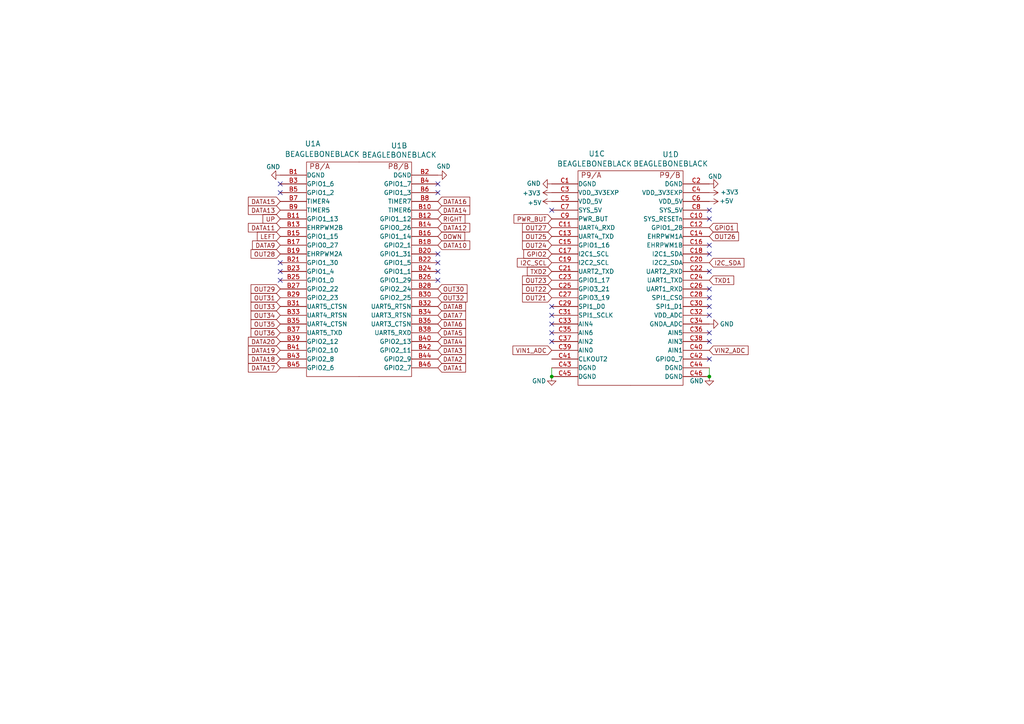
<source format=kicad_sch>
(kicad_sch (version 20211123) (generator eeschema)
  (paper "A4")
  (title_block (title "BBB 16 SMD") (date "2022-08-14") (rev "v2.1") (company "Scott Hanson"))
  (lib_symbols
    (symbol "beagleboneblack:BEAGLEBONEBLACK" (pin_names (offset 0.0254))
      (property "Reference" "U" (at -3.81 31.75 0))
      (property "Value" "beagleboneblack_BEAGLEBONEBLACK" (at 1.27 -33.02 0))
      (symbol "BEAGLEBONEBLACK_0_1"
        (polyline (pts (xy 8.89 30.48) (xy -6.35 30.48) (xy -6.35 -31.75) (xy 8.89 -31.75)))
      )
      (symbol "BEAGLEBONEBLACK_1_1"
        (text "P8/A" (at -2.54 29.21 0) (effects (font (size 1.524 1.524))))
        (pin power_out line (at -13.97 26.67 0) (length 7.62) (name "DGND") (number "B1"))
        (pin bidirectional line (at -13.97 13.97 0) (length 7.62) (name "GPIO1_13") (number "B11"))
        (pin bidirectional line (at -13.97 11.43 0) (length 7.62) (name "EHRPWM2B") (number "B13"))
        (pin bidirectional line (at -13.97 8.89 0) (length 7.62) (name "GPIO1_15") (number "B15"))
        (pin bidirectional line (at -13.97 6.35 0) (length 7.62) (name "GPIO0_27") (number "B17"))
        (pin bidirectional line (at -13.97 3.81 0) (length 7.62) (name "EHRPWM2A") (number "B19"))
        (pin bidirectional line (at -13.97 1.27 0) (length 7.62) (name "GPIO1_30") (number "B21"))
        (pin bidirectional line (at -13.97 -1.27 0) (length 7.62) (name "GPIO1_4") (number "B23"))
        (pin bidirectional line (at -13.97 -3.81 0) (length 7.62) (name "GPIO1_0") (number "B25"))
        (pin bidirectional line (at -13.97 -6.35 0) (length 7.62) (name "GPIO2_22") (number "B27"))
        (pin bidirectional line (at -13.97 -8.89 0) (length 7.62) (name "GPIO2_23") (number "B29"))
        (pin bidirectional line (at -13.97 24.13 0) (length 7.62) (name "GPIO1_6") (number "B3"))
        (pin bidirectional line (at -13.97 -11.43 0) (length 7.62) (name "UART5_CTSN") (number "B31"))
        (pin bidirectional line (at -13.97 -13.97 0) (length 7.62) (name "UART4_RTSN") (number "B33"))
        (pin bidirectional line (at -13.97 -16.51 0) (length 7.62) (name "UART4_CTSN") (number "B35"))
        (pin bidirectional line (at -13.97 -19.05 0) (length 7.62) (name "UART5_TXD") (number "B37"))
        (pin bidirectional line (at -13.97 -21.59 0) (length 7.62) (name "GPIO2_12") (number "B39"))
        (pin bidirectional line (at -13.97 -24.13 0) (length 7.62) (name "GPIO2_10") (number "B41"))
        (pin bidirectional line (at -13.97 -26.67 0) (length 7.62) (name "GPIO2_8") (number "B43"))
        (pin bidirectional line (at -13.97 -29.21 0) (length 7.62) (name "GPIO2_6") (number "B45"))
        (pin bidirectional line (at -13.97 21.59 0) (length 7.62) (name "GPIO1_2") (number "B5"))
        (pin bidirectional line (at -13.97 19.05 0) (length 7.62) (name "TIMER4") (number "B7"))
        (pin bidirectional line (at -13.97 16.51 0) (length 7.62) (name "TIMER5") (number "B9"))
      )
      (symbol "BEAGLEBONEBLACK_2_1"
        (text "P8/B" (at -2.54 29.21 0) (effects (font (size 1.524 1.524))))
        (pin bidirectional line (at -13.97 16.51 0) (length 7.62) (name "TIMER6") (number "B10"))
        (pin bidirectional line (at -13.97 13.97 0) (length 7.62) (name "GPIO1_12") (number "B12"))
        (pin bidirectional line (at -13.97 11.43 0) (length 7.62) (name "GPIO0_26") (number "B14"))
        (pin bidirectional line (at -13.97 8.89 0) (length 7.62) (name "GPIO1_14") (number "B16"))
        (pin bidirectional line (at -13.97 6.35 0) (length 7.62) (name "GPIO2_1") (number "B18"))
        (pin power_out line (at -13.97 26.67 0) (length 7.62) (name "DGND") (number "B2"))
        (pin bidirectional line (at -13.97 3.81 0) (length 7.62) (name "GPIO1_31") (number "B20"))
        (pin bidirectional line (at -13.97 1.27 0) (length 7.62) (name "GPIO1_5") (number "B22"))
        (pin bidirectional line (at -13.97 -1.27 0) (length 7.62) (name "GPIO1_1") (number "B24"))
        (pin bidirectional line (at -13.97 -3.81 0) (length 7.62) (name "GPIO1_29") (number "B26"))
        (pin bidirectional line (at -13.97 -6.35 0) (length 7.62) (name "GPIO2_24") (number "B28"))
        (pin bidirectional line (at -13.97 -8.89 0) (length 7.62) (name "GPIO2_25") (number "B30"))
        (pin bidirectional line (at -13.97 -11.43 0) (length 7.62) (name "UART5_RTSN") (number "B32"))
        (pin bidirectional line (at -13.97 -13.97 0) (length 7.62) (name "UART3_RTSN") (number "B34"))
        (pin bidirectional line (at -13.97 -16.51 0) (length 7.62) (name "UART3_CTSN") (number "B36"))
        (pin bidirectional line (at -13.97 -19.05 0) (length 7.62) (name "UART5_RXD") (number "B38"))
        (pin power_out line (at -13.97 24.13 0) (length 7.62) (name "GPIO1_7") (number "B4"))
        (pin bidirectional line (at -13.97 -21.59 0) (length 7.62) (name "GPIO2_13") (number "B40"))
        (pin bidirectional line (at -13.97 -24.13 0) (length 7.62) (name "GPIO2_11") (number "B42"))
        (pin bidirectional line (at -13.97 -26.67 0) (length 7.62) (name "GPIO2_9") (number "B44"))
        (pin bidirectional line (at -13.97 -29.21 0) (length 7.62) (name "GPIO2_7") (number "B46"))
        (pin power_out line (at -13.97 21.59 0) (length 7.62) (name "GPIO1_3") (number "B6"))
        (pin bidirectional line (at -13.97 19.05 0) (length 7.62) (name "TIMER7") (number "B8"))
      )
      (symbol "BEAGLEBONEBLACK_3_1"
        (text "P9/A" (at -2.54 29.21 0) (effects (font (size 1.524 1.524))))
        (pin power_in line (at -13.97 26.67 0) (length 7.62) (name "DGND") (number "C1"))
        (pin bidirectional line (at -13.97 13.97 0) (length 7.62) (name "UART4_RXD") (number "C11"))
        (pin bidirectional line (at -13.97 11.43 0) (length 7.62) (name "UART4_TXD") (number "C13"))
        (pin bidirectional line (at -13.97 8.89 0) (length 7.62) (name "GPIO1_16") (number "C15"))
        (pin bidirectional line (at -13.97 6.35 0) (length 7.62) (name "I2C1_SCL") (number "C17"))
        (pin bidirectional line (at -13.97 3.81 0) (length 7.62) (name "I2C2_SCL") (number "C19"))
        (pin bidirectional line (at -13.97 1.27 0) (length 7.62) (name "UART2_TXD") (number "C21"))
        (pin bidirectional line (at -13.97 -1.27 0) (length 7.62) (name "GPIO1_17") (number "C23"))
        (pin bidirectional line (at -13.97 -3.81 0) (length 7.62) (name "GPIO3_21") (number "C25"))
        (pin bidirectional line (at -13.97 -6.35 0) (length 7.62) (name "GPIO3_19") (number "C27"))
        (pin bidirectional line (at -13.97 -8.89 0) (length 7.62) (name "SPI1_D0") (number "C29"))
        (pin power_out line (at -13.97 24.13 0) (length 7.62) (name "VDD_3V3EXP") (number "C3"))
        (pin bidirectional line (at -13.97 -11.43 0) (length 7.62) (name "SPI1_SCLK") (number "C31"))
        (pin bidirectional line (at -13.97 -13.97 0) (length 7.62) (name "AIN4") (number "C33"))
        (pin bidirectional line (at -13.97 -16.51 0) (length 7.62) (name "AIN6") (number "C35"))
        (pin bidirectional line (at -13.97 -19.05 0) (length 7.62) (name "AIN2") (number "C37"))
        (pin bidirectional line (at -13.97 -21.59 0) (length 7.62) (name "AIN0") (number "C39"))
        (pin bidirectional line (at -13.97 -24.13 0) (length 7.62) (name "CLKOUT2") (number "C41"))
        (pin bidirectional line (at -13.97 -26.67 0) (length 7.62) (name "DGND") (number "C43"))
        (pin bidirectional line (at -13.97 -29.21 0) (length 7.62) (name "DGND") (number "C45"))
        (pin power_out line (at -13.97 21.59 0) (length 7.62) (name "VDD_5V") (number "C5"))
        (pin bidirectional line (at -13.97 19.05 0) (length 7.62) (name "SYS_5V") (number "C7"))
        (pin bidirectional line (at -13.97 16.51 0) (length 7.62) (name "PWR_BUT") (number "C9"))
      )
      (symbol "BEAGLEBONEBLACK_4_1"
        (text "P9/B" (at -2.54 29.21 0) (effects (font (size 1.524 1.524))))
        (pin bidirectional line (at -13.97 16.51 0) (length 7.62) (name "SYS_RESETn") (number "C10"))
        (pin bidirectional line (at -13.97 13.97 0) (length 7.62) (name "GPIO1_28") (number "C12"))
        (pin bidirectional line (at -13.97 11.43 0) (length 7.62) (name "EHRPWM1A") (number "C14"))
        (pin bidirectional line (at -13.97 8.89 0) (length 7.62) (name "EHRPWM1B") (number "C16"))
        (pin bidirectional line (at -13.97 6.35 0) (length 7.62) (name "I2C1_SDA") (number "C18"))
        (pin power_in line (at -13.97 26.67 0) (length 7.62) (name "DGND") (number "C2"))
        (pin bidirectional line (at -13.97 3.81 0) (length 7.62) (name "I2C2_SDA") (number "C20"))
        (pin bidirectional line (at -13.97 1.27 0) (length 7.62) (name "UART2_RXD") (number "C22"))
        (pin bidirectional line (at -13.97 -1.27 0) (length 7.62) (name "UART1_TXD") (number "C24"))
        (pin bidirectional line (at -13.97 -3.81 0) (length 7.62) (name "UART1_RXD") (number "C26"))
        (pin bidirectional line (at -13.97 -6.35 0) (length 7.62) (name "SPI1_CS0") (number "C28"))
        (pin bidirectional line (at -13.97 -8.89 0) (length 7.62) (name "SPI1_D1") (number "C30"))
        (pin power_out line (at -13.97 -11.43 0) (length 7.62) (name "VDD_ADC") (number "C32"))
        (pin power_out line (at -13.97 -13.97 0) (length 7.62) (name "GNDA_ADC") (number "C34"))
        (pin bidirectional line (at -13.97 -16.51 0) (length 7.62) (name "AIN5") (number "C36"))
        (pin bidirectional line (at -13.97 -19.05 0) (length 7.62) (name "AIN3") (number "C38"))
        (pin power_out line (at -13.97 24.13 0) (length 7.62) (name "VDD_3V3EXP") (number "C4"))
        (pin bidirectional line (at -13.97 -21.59 0) (length 7.62) (name "AIN1") (number "C40"))
        (pin power_out line (at -13.97 -24.13 0) (length 7.62) (name "GPIO0_7") (number "C42"))
        (pin bidirectional line (at -13.97 -26.67 0) (length 7.62) (name "DGND") (number "C44"))
        (pin bidirectional line (at -13.97 -29.21 0) (length 7.62) (name "DGND") (number "C46"))
        (pin power_out line (at -13.97 21.59 0) (length 7.62) (name "VDD_5V") (number "C6"))
        (pin bidirectional line (at -13.97 19.05 0) (length 7.62) (name "SYS_5V") (number "C8"))
      )
    )
    (symbol "power:+3.3V" (power) (pin_names (offset 0))
      (property "Value" "+3.3V" (at 0 3.556 0))
      (symbol "+3.3V_0_1"
        (polyline (pts (xy -0.762 1.27) (xy 0 2.54)))
        (polyline (pts (xy 0 0) (xy 0 2.54)))
        (polyline (pts (xy 0 2.54) (xy 0.762 1.27)))
      )
      (symbol "+3.3V_1_1"
        (pin power_in line (at 0 0 90) (length 0) hide (name "+3V3") (number "1"))
      )
    )
    (symbol "power:+5V" (power) (pin_names (offset 0))
      (property "Value" "+5V" (at 0 3.556 0))
      (symbol "+5V_0_1"
        (polyline (pts (xy -0.762 1.27) (xy 0 2.54)))
        (polyline (pts (xy 0 0) (xy 0 2.54)))
        (polyline (pts (xy 0 2.54) (xy 0.762 1.27)))
      )
      (symbol "+5V_1_1"
        (pin power_in line (at 0 0 90) (length 0) hide (name "+5V") (number "1"))
      )
    )
    (symbol "power:GND" (power) (pin_names (offset 0))
      (property "Value" "GND" (at 0 -3.81 0))
      (symbol "GND_0_1"
        (polyline (pts (xy 0 0) (xy 0 -1.27) (xy 1.27 -1.27) (xy 0 -2.54) (xy -1.27 -1.27) (xy 0 -1.27)))
      )
      (symbol "GND_1_1"
        (pin power_in line (at 0 0 270) (length 0) hide (name "GND") (number "1"))
      )
    )
  )
  (junction (at 160.02 109.22))
  (junction (at 205.74 109.22))
  (no_connect (at 205.74 60.96))
  (no_connect (at 81.28 53.34))
  (no_connect (at 81.28 55.88))
  (no_connect (at 205.74 86.36))
  (no_connect (at 205.74 96.52))
  (no_connect (at 81.28 81.28))
  (no_connect (at 160.02 93.98))
  (no_connect (at 160.02 96.52))
  (no_connect (at 127 81.28))
  (no_connect (at 205.74 88.9))
  (no_connect (at 205.74 63.5))
  (no_connect (at 127 55.88))
  (no_connect (at 205.74 73.66))
  (no_connect (at 160.02 91.44))
  (no_connect (at 127 76.2))
  (no_connect (at 81.28 76.2))
  (no_connect (at 205.74 83.82))
  (no_connect (at 205.74 99.06))
  (no_connect (at 205.74 78.74))
  (no_connect (at 205.74 91.44))
  (no_connect (at 81.28 78.74))
  (no_connect (at 160.02 88.9))
  (no_connect (at 160.02 99.06))
  (no_connect (at 205.74 104.14))
  (no_connect (at 127 53.34))
  (no_connect (at 205.74 71.12))
  (no_connect (at 160.02 60.96))
  (no_connect (at 127 73.66))
  (no_connect (at 127 78.74))
  (wire (pts (xy 160.02 106.68) (xy 160.02 109.22)))
  (wire (pts (xy 205.74 109.22) (xy 205.74 106.68)))
  (global_label "DATA6" (shape input) (at 127 93.98 0) (property "Intersheet References" "${INTERSHEET_REFS}" (effects hide)))
  (global_label "DOWN" (shape input) (at 127 68.58 0) (property "Intersheet References" "${INTERSHEET_REFS}" (effects hide)))
  (global_label "RIGHT" (shape input) (at 127 63.5 0) (property "Intersheet References" "${INTERSHEET_REFS}" (effects hide)))
  (global_label "DATA4" (shape input) (at 127 99.06 0) (property "Intersheet References" "${INTERSHEET_REFS}" (effects hide)))
  (global_label "I2C_SDA" (shape input) (at 205.74 76.2 0) (property "Intersheet References" "${INTERSHEET_REFS}" (effects hide)))
  (global_label "DATA13" (shape input) (at 81.28 60.96 180) (property "Intersheet References" "${INTERSHEET_REFS}" (effects hide)))
  (global_label "DATA12" (shape input) (at 127 66.04 0) (property "Intersheet References" "${INTERSHEET_REFS}" (effects hide)))
  (global_label "OUT25" (shape input) (at 160.02 68.58 180) (property "Intersheet References" "${INTERSHEET_REFS}" (effects hide)))
  (global_label "TXD1" (shape input) (at 205.74 81.28 0) (property "Intersheet References" "${INTERSHEET_REFS}" (effects hide)))
  (global_label "DATA14" (shape input) (at 127 60.96 0) (property "Intersheet References" "${INTERSHEET_REFS}" (effects hide)))
  (global_label "DATA18" (shape input) (at 81.28 104.14 180) (property "Intersheet References" "${INTERSHEET_REFS}" (effects hide)))
  (global_label "VIN1_ADC" (shape input) (at 160.02 101.6 180) (property "Intersheet References" "${INTERSHEET_REFS}" (effects hide)))
  (global_label "OUT34" (shape input) (at 81.28 91.44 180) (property "Intersheet References" "${INTERSHEET_REFS}" (effects hide)))
  (global_label "DATA20" (shape input) (at 81.28 99.06 180) (property "Intersheet References" "${INTERSHEET_REFS}" (effects hide)))
  (global_label "OUT23" (shape input) (at 160.02 81.28 180) (property "Intersheet References" "${INTERSHEET_REFS}" (effects hide)))
  (global_label "DATA2" (shape input) (at 127 104.14 0) (property "Intersheet References" "${INTERSHEET_REFS}" (effects hide)))
  (global_label "LEFT" (shape input) (at 81.28 68.58 180) (property "Intersheet References" "${INTERSHEET_REFS}" (effects hide)))
  (global_label "DATA11" (shape input) (at 81.28 66.04 180) (property "Intersheet References" "${INTERSHEET_REFS}" (effects hide)))
  (global_label "OUT22" (shape input) (at 160.02 83.82 180) (property "Intersheet References" "${INTERSHEET_REFS}" (effects hide)))
  (global_label "GPIO1" (shape input) (at 205.74 66.04 0) (property "Intersheet References" "${INTERSHEET_REFS}" (effects hide)))
  (global_label "TXD2" (shape input) (at 160.02 78.74 180) (property "Intersheet References" "${INTERSHEET_REFS}" (effects hide)))
  (global_label "VIN2_ADC" (shape input) (at 205.74 101.6 0) (property "Intersheet References" "${INTERSHEET_REFS}" (effects hide)))
  (global_label "OUT29" (shape input) (at 81.28 83.82 180) (property "Intersheet References" "${INTERSHEET_REFS}" (effects hide)))
  (global_label "DATA9" (shape input) (at 81.28 71.12 180) (property "Intersheet References" "${INTERSHEET_REFS}" (effects hide)))
  (global_label "DATA5" (shape input) (at 127 96.52 0) (property "Intersheet References" "${INTERSHEET_REFS}" (effects hide)))
  (global_label "I2C_SCL" (shape input) (at 160.02 76.2 180) (property "Intersheet References" "${INTERSHEET_REFS}" (effects hide)))
  (global_label "OUT33" (shape input) (at 81.28 88.9 180) (property "Intersheet References" "${INTERSHEET_REFS}" (effects hide)))
  (global_label "PWR_BUT" (shape input) (at 160.02 63.5 180) (property "Intersheet References" "${INTERSHEET_REFS}" (effects hide)))
  (global_label "DATA10" (shape input) (at 127 71.12 0) (property "Intersheet References" "${INTERSHEET_REFS}" (effects hide)))
  (global_label "OUT27" (shape input) (at 160.02 66.04 180) (property "Intersheet References" "${INTERSHEET_REFS}" (effects hide)))
  (global_label "DATA1" (shape input) (at 127 106.68 0) (property "Intersheet References" "${INTERSHEET_REFS}" (effects hide)))
  (global_label "DATA16" (shape input) (at 127 58.42 0) (property "Intersheet References" "${INTERSHEET_REFS}" (effects hide)))
  (global_label "OUT35" (shape input) (at 81.28 93.98 180) (property "Intersheet References" "${INTERSHEET_REFS}" (effects hide)))
  (global_label "DATA8" (shape input) (at 127 88.9 0) (property "Intersheet References" "${INTERSHEET_REFS}" (effects hide)))
  (global_label "OUT26" (shape input) (at 205.74 68.58 0) (property "Intersheet References" "${INTERSHEET_REFS}" (effects hide)))
  (global_label "UP" (shape input) (at 81.28 63.5 180) (property "Intersheet References" "${INTERSHEET_REFS}" (effects hide)))
  (global_label "GPIO2" (shape input) (at 160.02 73.66 180) (property "Intersheet References" "${INTERSHEET_REFS}" (effects hide)))
  (global_label "OUT21" (shape input) (at 160.02 86.36 180) (property "Intersheet References" "${INTERSHEET_REFS}" (effects hide)))
  (global_label "OUT31" (shape input) (at 81.28 86.36 180) (property "Intersheet References" "${INTERSHEET_REFS}" (effects hide)))
  (global_label "DATA17" (shape input) (at 81.28 106.68 180) (property "Intersheet References" "${INTERSHEET_REFS}" (effects hide)))
  (global_label "DATA19" (shape input) (at 81.28 101.6 180) (property "Intersheet References" "${INTERSHEET_REFS}" (effects hide)))
  (global_label "OUT28" (shape input) (at 81.28 73.66 180) (property "Intersheet References" "${INTERSHEET_REFS}" (effects hide)))
  (global_label "OUT30" (shape input) (at 127 83.82 0) (property "Intersheet References" "${INTERSHEET_REFS}" (effects hide)))
  (global_label "OUT36" (shape input) (at 81.28 96.52 180) (property "Intersheet References" "${INTERSHEET_REFS}" (effects hide)))
  (global_label "OUT24" (shape input) (at 160.02 71.12 180) (property "Intersheet References" "${INTERSHEET_REFS}" (effects hide)))
  (global_label "DATA15" (shape input) (at 81.28 58.42 180) (property "Intersheet References" "${INTERSHEET_REFS}" (effects hide)))
  (global_label "OUT32" (shape input) (at 127 86.36 0) (property "Intersheet References" "${INTERSHEET_REFS}" (effects hide)))
  (global_label "DATA7" (shape input) (at 127 91.44 0) (property "Intersheet References" "${INTERSHEET_REFS}" (effects hide)))
  (global_label "DATA3" (shape input) (at 127 101.6 0) (property "Intersheet References" "${INTERSHEET_REFS}" (effects hide)))
  (symbol (lib_id "power:GND") (at 160.02 53.34 270) (unit 1)
    (property "Reference" "#PWR050" (effects hide))
    (property "Value" "GND" (at 154.813 53.213 90))
  )
  (symbol (lib_id "power:+5V") (at 160.02 58.42 90) (unit 1)
    (property "Reference" "#PWR05" (effects hide))
    (property "Value" "+5V" (at 155.067 58.801 90))
  )
  (symbol (lib_id "power:+3.3V") (at 205.74 55.88 270) (unit 1)
    (property "Reference" "#PWR0109" (effects hide))
    (property "Value" "+3.3V" (at 211.582 55.753 90))
  )
  (symbol (lib_id "beagleboneblack:BEAGLEBONEBLACK") (at 95.25 77.47 0) (unit 1)
    (property "Reference" "U1" (at 88.392 41.656 0) (effects (font (size 1.524 1.524)) (justify left)))
    (property "Value" "BEAGLEBONEBLACK" (at 82.55 44.704 0) (effects (font (size 1.524 1.524)) (justify left)))
    (property "Footprint" "Scotts:BEAGLEBONEBLACK" (effects hide))
    (property "Digi-Key_PN" "BBB01-SC-505-ND" (effects hide))
    (property "MPN" "BBB01-SC-505" (effects hide))
  )
  (symbol (lib_id "beagleboneblack:BEAGLEBONEBLACK") (at 113.03 77.47 0) (mirror y) (unit 2)
    (property "Reference" "U1" (at 115.7732 42.2402 0) (effects (font (size 1.524 1.524))))
    (property "Value" "BEAGLEBONEBLACK" (at 115.7732 44.9326 0) (effects (font (size 1.524 1.524))))
    (property "Footprint" "Scotts:BEAGLEBONEBLACK" (effects hide))
    (property "Digi-Key_PN" "BBB01-SC-505-ND" (effects hide))
    (property "MPN" "BBB01-SC-505" (effects hide))
  )
  (symbol (lib_id "beagleboneblack:BEAGLEBONEBLACK") (at 173.99 80.01 0) (unit 3)
    (property "Reference" "U1" (at 170.688 44.577 0) (effects (font (size 1.524 1.524)) (justify left)))
    (property "Value" "BEAGLEBONEBLACK" (at 161.544 47.498 0) (effects (font (size 1.524 1.524)) (justify left)))
    (property "Footprint" "Scotts:BEAGLEBONEBLACK" (effects hide))
    (property "Digi-Key_PN" "BBB01-SC-505-ND" (effects hide))
    (property "MPN" "BBB01-SC-505" (effects hide))
  )
  (symbol (lib_id "beagleboneblack:BEAGLEBONEBLACK") (at 191.77 80.01 0) (mirror y) (unit 4)
    (property "Reference" "U1" (at 194.5132 44.7802 0) (effects (font (size 1.524 1.524))))
    (property "Value" "BEAGLEBONEBLACK" (at 194.5132 47.4726 0) (effects (font (size 1.524 1.524))))
    (property "Footprint" "Scotts:BEAGLEBONEBLACK" (effects hide))
    (property "Digi-Key_PN" "BBB01-SC-505-ND" (effects hide))
    (property "MPN" "BBB01-SC-505" (effects hide))
  )
  (symbol (lib_id "power:+5V") (at 205.74 58.42 270) (unit 1)
    (property "Reference" "#PWR0127" (effects hide))
    (property "Value" "+5V" (at 210.693 58.293 90))
  )
  (symbol (lib_id "power:GND") (at 205.74 53.34 90) (unit 1)
    (property "Reference" "#PWR0122" (effects hide))
    (property "Value" "GND" (at 207.391 51.181 90))
  )
  (symbol (lib_id "power:GND") (at 160.02 109.22 0) (unit 1)
    (property "Reference" "#PWR0123" (effects hide))
    (property "Value" "GND" (at 156.337 110.49 0))
  )
  (symbol (lib_id "power:GND") (at 205.74 109.22 0) (unit 1)
    (property "Reference" "#PWR0124" (effects hide))
    (property "Value" "GND" (at 202.057 110.49 0))
  )
  (symbol (lib_id "power:GND") (at 81.28 50.8 270) (unit 1)
    (property "Reference" "#PWR0125" (effects hide))
    (property "Value" "GND" (at 79.248 48.387 90))
  )
  (symbol (lib_id "power:GND") (at 127 50.8 90) (unit 1)
    (property "Reference" "#PWR0126" (effects hide))
    (property "Value" "GND" (at 128.651 48.26 90))
  )
  (symbol (lib_id "power:+3.3V") (at 160.02 55.88 90) (unit 1)
    (property "Reference" "#PWR0128" (effects hide))
    (property "Value" "+3.3V" (at 154.178 56.007 90))
  )
  (symbol (lib_id "power:GND") (at 205.74 93.98 90) (unit 1)
    (property "Reference" "#PWR03" (effects hide))
    (property "Value" "GND" (at 210.82 93.98 90))
  )
)
</source>
